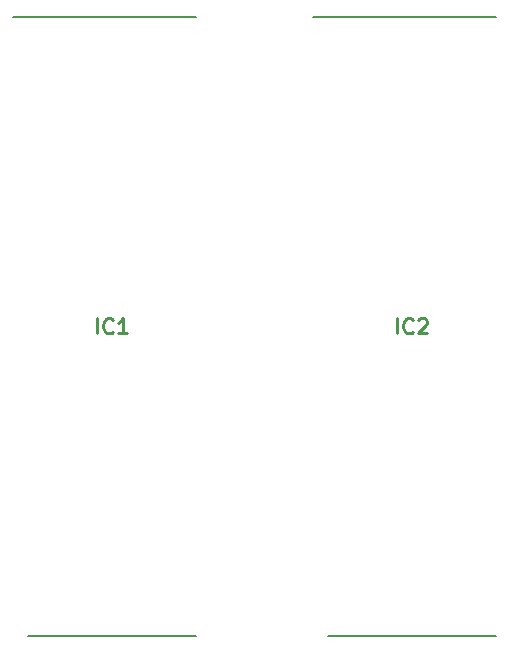
<source format=gbr>
%TF.GenerationSoftware,KiCad,Pcbnew,(6.0.0)*%
%TF.CreationDate,2022-01-03T15:00:37+01:00*%
%TF.ProjectId,plip,706c6970-2e6b-4696-9361-645f70636258,rev?*%
%TF.SameCoordinates,Original*%
%TF.FileFunction,Legend,Top*%
%TF.FilePolarity,Positive*%
%FSLAX46Y46*%
G04 Gerber Fmt 4.6, Leading zero omitted, Abs format (unit mm)*
G04 Created by KiCad (PCBNEW (6.0.0)) date 2022-01-03 15:00:37*
%MOMM*%
%LPD*%
G01*
G04 APERTURE LIST*
%ADD10C,0.254000*%
%ADD11C,0.200000*%
G04 APERTURE END LIST*
D10*
%TO.C,IC2*%
X194340238Y-69154523D02*
X194340238Y-67884523D01*
X195670714Y-69033571D02*
X195610238Y-69094047D01*
X195428809Y-69154523D01*
X195307857Y-69154523D01*
X195126428Y-69094047D01*
X195005476Y-68973095D01*
X194945000Y-68852142D01*
X194884523Y-68610238D01*
X194884523Y-68428809D01*
X194945000Y-68186904D01*
X195005476Y-68065952D01*
X195126428Y-67945000D01*
X195307857Y-67884523D01*
X195428809Y-67884523D01*
X195610238Y-67945000D01*
X195670714Y-68005476D01*
X196154523Y-68005476D02*
X196215000Y-67945000D01*
X196335952Y-67884523D01*
X196638333Y-67884523D01*
X196759285Y-67945000D01*
X196819761Y-68005476D01*
X196880238Y-68126428D01*
X196880238Y-68247380D01*
X196819761Y-68428809D01*
X196094047Y-69154523D01*
X196880238Y-69154523D01*
%TO.C,IC1*%
X168940238Y-69154523D02*
X168940238Y-67884523D01*
X170270714Y-69033571D02*
X170210238Y-69094047D01*
X170028809Y-69154523D01*
X169907857Y-69154523D01*
X169726428Y-69094047D01*
X169605476Y-68973095D01*
X169545000Y-68852142D01*
X169484523Y-68610238D01*
X169484523Y-68428809D01*
X169545000Y-68186904D01*
X169605476Y-68065952D01*
X169726428Y-67945000D01*
X169907857Y-67884523D01*
X170028809Y-67884523D01*
X170210238Y-67945000D01*
X170270714Y-68005476D01*
X171480238Y-69154523D02*
X170754523Y-69154523D01*
X171117380Y-69154523D02*
X171117380Y-67884523D01*
X170996428Y-68065952D01*
X170875476Y-68186904D01*
X170754523Y-68247380D01*
D11*
%TO.C,IC2*%
X187252000Y-42355000D02*
X202690000Y-42355000D01*
X188470000Y-94805000D02*
X202690000Y-94805000D01*
%TO.C,IC1*%
X163070000Y-94805000D02*
X177290000Y-94805000D01*
X161852000Y-42355000D02*
X177290000Y-42355000D01*
%TD*%
M02*

</source>
